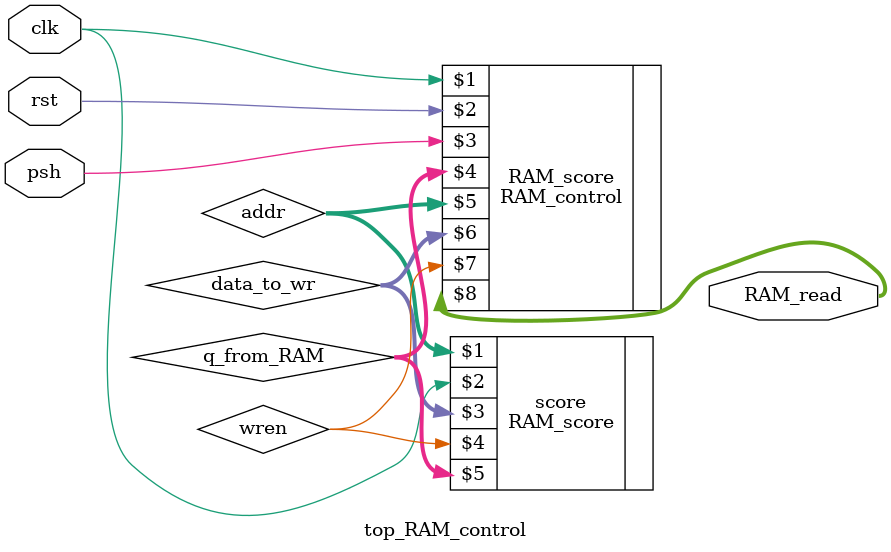
<source format=v>
module top_RAM_control(clk, rst, psh, RAM_read);

input clk, rst, psh;

wire wren;
wire[1:0] addr;
wire[3:0] q_from_RAM, data_to_wr;
output[3:0] RAM_read;

RAM_control RAM_score(clk, rst, psh, q_from_RAM, addr, data_to_wr, wren, RAM_read);
RAM_score score(addr, clk, data_to_wr, wren, q_from_RAM);

endmodule 

</source>
